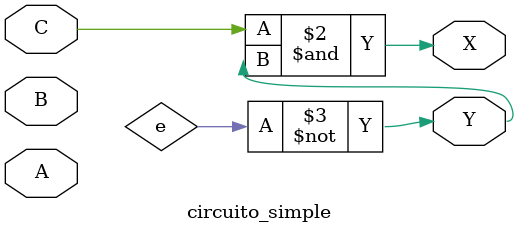
<source format=sv>
module circuito_simple(
    input A,B,C,
    output X,Y
    );
    wire e;
    or g1(A,B,e);
    not g2(Y,e);
    and g3(X,C,Y);
endmodule
</source>
